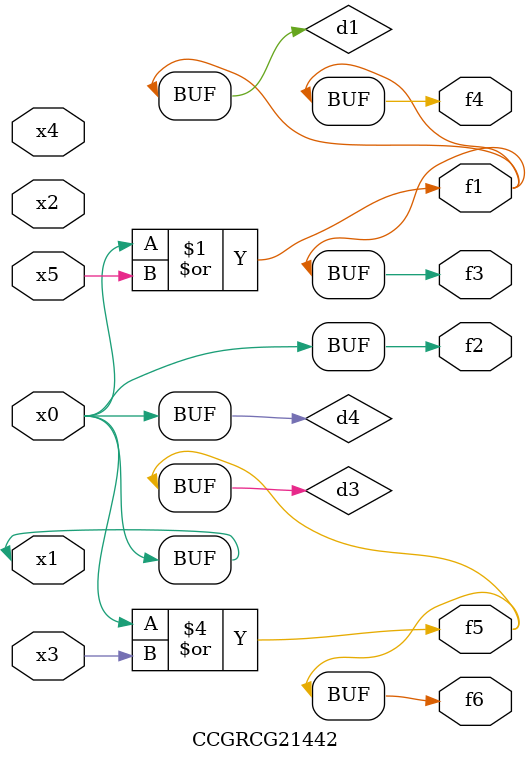
<source format=v>
module CCGRCG21442(
	input x0, x1, x2, x3, x4, x5,
	output f1, f2, f3, f4, f5, f6
);

	wire d1, d2, d3, d4;

	or (d1, x0, x5);
	xnor (d2, x1, x4);
	or (d3, x0, x3);
	buf (d4, x0, x1);
	assign f1 = d1;
	assign f2 = d4;
	assign f3 = d1;
	assign f4 = d1;
	assign f5 = d3;
	assign f6 = d3;
endmodule

</source>
